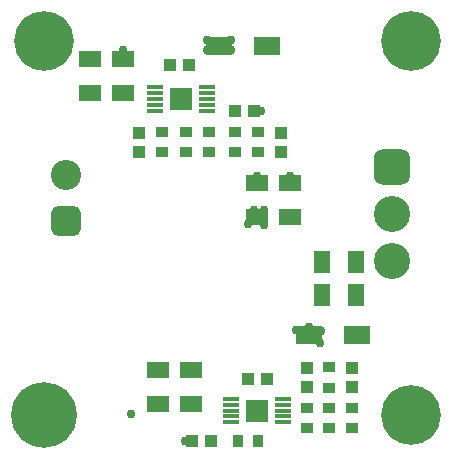
<source format=gts>
G04*
G04 #@! TF.GenerationSoftware,Altium Limited,Altium Designer,21.8.1 (53)*
G04*
G04 Layer_Color=8388736*
%FSAX44Y44*%
%MOMM*%
G71*
G04*
G04 #@! TF.SameCoordinates,6BB75745-684E-4E6C-8D6C-D78F644A18B4*
G04*
G04*
G04 #@! TF.FilePolarity,Negative*
G04*
G01*
G75*
%ADD11R,2.2500X1.6000*%
%ADD12R,1.8500X1.3500*%
%ADD13R,1.3500X1.8500*%
%ADD14R,1.8800X1.9400*%
%ADD15R,1.4500X0.3500*%
%ADD16R,1.0500X1.0500*%
%ADD17R,1.0500X0.9500*%
%ADD18R,0.9500X1.0500*%
%ADD19R,1.0500X1.0500*%
%ADD20C,5.0500*%
%ADD21C,5.5500*%
%ADD22C,3.0500*%
G04:AMPARAMS|DCode=23|XSize=3.05mm|YSize=3.05mm|CornerRadius=0.775mm|HoleSize=0mm|Usage=FLASHONLY|Rotation=270.000|XOffset=0mm|YOffset=0mm|HoleType=Round|Shape=RoundedRectangle|*
%AMROUNDEDRECTD23*
21,1,3.0500,1.5000,0,0,270.0*
21,1,1.5000,3.0500,0,0,270.0*
1,1,1.5500,-0.7500,-0.7500*
1,1,1.5500,-0.7500,0.7500*
1,1,1.5500,0.7500,0.7500*
1,1,1.5500,0.7500,-0.7500*
%
%ADD23ROUNDEDRECTD23*%
%ADD24C,2.5500*%
G04:AMPARAMS|DCode=25|XSize=2.55mm|YSize=2.55mm|CornerRadius=0.65mm|HoleSize=0mm|Usage=FLASHONLY|Rotation=90.000|XOffset=0mm|YOffset=0mm|HoleType=Round|Shape=RoundedRectangle|*
%AMROUNDEDRECTD25*
21,1,2.5500,1.2500,0,0,90.0*
21,1,1.2500,2.5500,0,0,90.0*
1,1,1.3000,0.6250,0.6250*
1,1,1.3000,0.6250,-0.6250*
1,1,1.3000,-0.6250,-0.6250*
1,1,1.3000,-0.6250,0.6250*
%
%ADD25ROUNDEDRECTD25*%
%ADD26C,0.7500*%
D11*
X01178250Y00698000D02*
D03*
X01219250D02*
D03*
X01254500Y00453000D02*
D03*
X01295500D02*
D03*
D12*
X01097000Y00686500D02*
D03*
Y00657500D02*
D03*
X01239000Y00552500D02*
D03*
Y00581500D02*
D03*
X01155000Y00394500D02*
D03*
Y00423500D02*
D03*
X01069000Y00657500D02*
D03*
Y00686500D02*
D03*
X01211000Y00581500D02*
D03*
Y00552500D02*
D03*
X01127000Y00423500D02*
D03*
Y00394500D02*
D03*
D13*
X01294500Y00515000D02*
D03*
X01265500D02*
D03*
X01294500Y00487000D02*
D03*
X01265500D02*
D03*
D14*
X01146000Y00653000D02*
D03*
X01211000Y00389000D02*
D03*
D15*
X01168000Y00663000D02*
D03*
Y00658000D02*
D03*
Y00653000D02*
D03*
Y00648000D02*
D03*
Y00643000D02*
D03*
X01124000D02*
D03*
Y00648000D02*
D03*
Y00653000D02*
D03*
Y00658000D02*
D03*
Y00663000D02*
D03*
X01189000Y00399000D02*
D03*
Y00394000D02*
D03*
Y00389000D02*
D03*
Y00384000D02*
D03*
Y00379000D02*
D03*
X01233000D02*
D03*
Y00384000D02*
D03*
Y00389000D02*
D03*
Y00394000D02*
D03*
Y00399000D02*
D03*
D16*
X01253000Y00425000D02*
D03*
Y00409000D02*
D03*
X01291000Y00425000D02*
D03*
Y00409000D02*
D03*
X01231000Y00608000D02*
D03*
Y00624000D02*
D03*
X01111000Y00624000D02*
D03*
Y00608000D02*
D03*
D17*
X01291000Y00374000D02*
D03*
Y00391000D02*
D03*
X01272000D02*
D03*
Y00374000D02*
D03*
Y00408500D02*
D03*
Y00425500D02*
D03*
X01253000Y00391000D02*
D03*
Y00374000D02*
D03*
X01151000Y00607500D02*
D03*
Y00624500D02*
D03*
X01192000Y00607500D02*
D03*
Y00624500D02*
D03*
X01212000Y00624500D02*
D03*
Y00607500D02*
D03*
X01130000Y00607500D02*
D03*
Y00624500D02*
D03*
X01170000Y00624500D02*
D03*
Y00607500D02*
D03*
D18*
X01194500Y00363000D02*
D03*
X01211500D02*
D03*
D19*
X01172000D02*
D03*
X01156000D02*
D03*
X01219000Y00416000D02*
D03*
X01203000D02*
D03*
X01192000Y00643000D02*
D03*
X01208000D02*
D03*
X01137000Y00682000D02*
D03*
X01153000D02*
D03*
D20*
X01341000Y00385000D02*
D03*
X01030000Y00702000D02*
D03*
X01341000D02*
D03*
D21*
X01030000Y00385000D02*
D03*
D22*
X01325000Y00516000D02*
D03*
Y00555600D02*
D03*
D23*
Y00595200D02*
D03*
D24*
X01049000Y00588800D02*
D03*
D25*
Y00549200D02*
D03*
D26*
X01208000Y00559000D02*
D03*
X01203000Y00547000D02*
D03*
X01168000Y00703000D02*
D03*
Y00694000D02*
D03*
X01189000Y00703000D02*
D03*
Y00694000D02*
D03*
X01217000Y00546000D02*
D03*
Y00559000D02*
D03*
X01104000Y00386000D02*
D03*
X01255000Y00460000D02*
D03*
X01265000Y00456000D02*
D03*
X01264000Y00446000D02*
D03*
X01244000Y00457000D02*
D03*
X01211000Y00588000D02*
D03*
X01214000Y00643000D02*
D03*
X01097000Y00694000D02*
D03*
X01239000Y00588000D02*
D03*
X01150000Y00363000D02*
D03*
X01216000Y00394000D02*
D03*
X01206000D02*
D03*
X01216000Y00384000D02*
D03*
X01206000D02*
D03*
X01151000Y00648000D02*
D03*
X01141000D02*
D03*
Y00658000D02*
D03*
X01151000D02*
D03*
M02*

</source>
